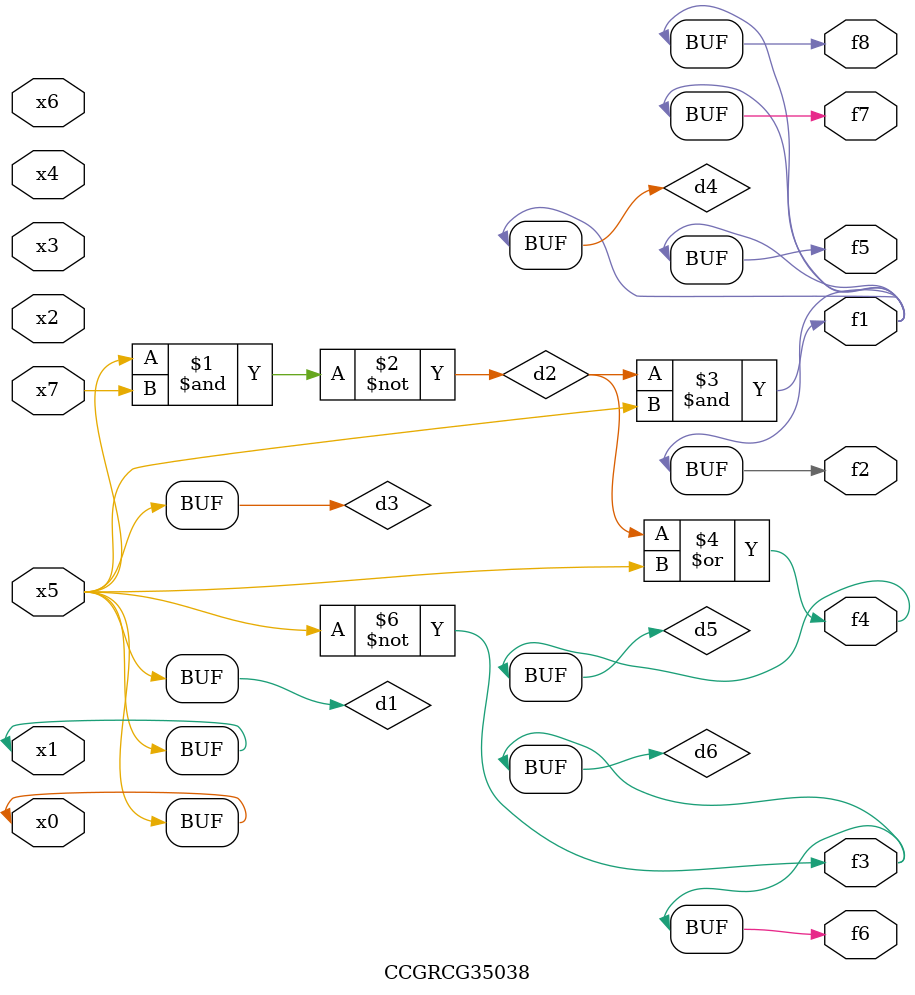
<source format=v>
module CCGRCG35038(
	input x0, x1, x2, x3, x4, x5, x6, x7,
	output f1, f2, f3, f4, f5, f6, f7, f8
);

	wire d1, d2, d3, d4, d5, d6;

	buf (d1, x0, x5);
	nand (d2, x5, x7);
	buf (d3, x0, x1);
	and (d4, d2, d3);
	or (d5, d2, d3);
	nor (d6, d1, d3);
	assign f1 = d4;
	assign f2 = d4;
	assign f3 = d6;
	assign f4 = d5;
	assign f5 = d4;
	assign f6 = d6;
	assign f7 = d4;
	assign f8 = d4;
endmodule

</source>
